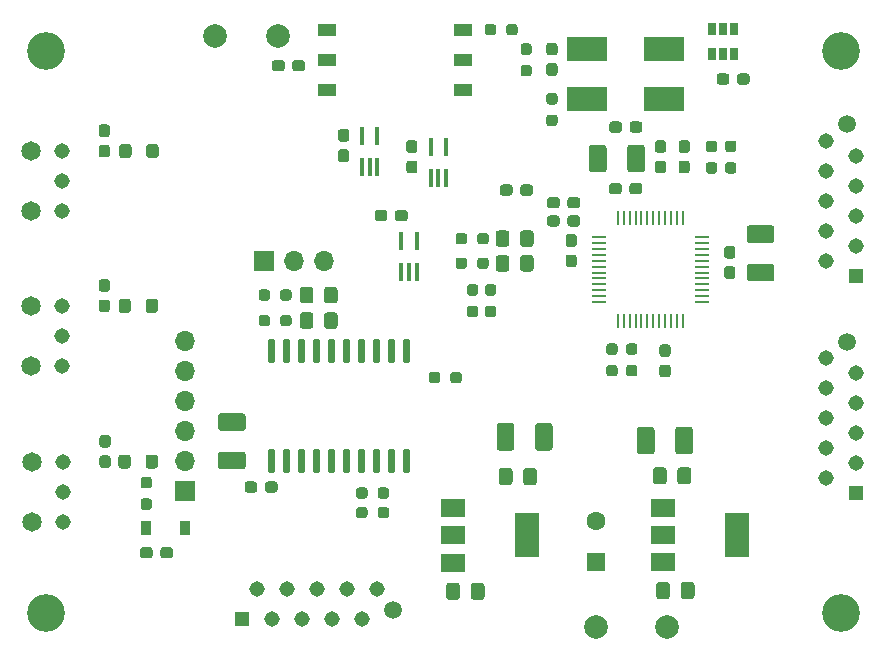
<source format=gbr>
G04 #@! TF.GenerationSoftware,KiCad,Pcbnew,(5.1.10-0-10_14)*
G04 #@! TF.CreationDate,2021-06-26T15:44:58+02:00*
G04 #@! TF.ProjectId,dac,6461632e-6b69-4636-9164-5f7063625858,rev?*
G04 #@! TF.SameCoordinates,Original*
G04 #@! TF.FileFunction,Soldermask,Top*
G04 #@! TF.FilePolarity,Negative*
%FSLAX46Y46*%
G04 Gerber Fmt 4.6, Leading zero omitted, Abs format (unit mm)*
G04 Created by KiCad (PCBNEW (5.1.10-0-10_14)) date 2021-06-26 15:44:58*
%MOMM*%
%LPD*%
G01*
G04 APERTURE LIST*
%ADD10C,1.308000*%
%ADD11C,1.650000*%
%ADD12R,1.600000X1.000000*%
%ADD13R,0.400000X1.500000*%
%ADD14C,2.000000*%
%ADD15R,1.308000X1.308000*%
%ADD16C,1.500000*%
%ADD17O,1.700000X1.700000*%
%ADD18R,1.700000X1.700000*%
%ADD19R,0.900000X1.200000*%
%ADD20R,0.650000X1.060000*%
%ADD21R,2.000000X1.500000*%
%ADD22R,2.000000X3.800000*%
%ADD23R,3.500000X2.000000*%
%ADD24C,1.600000*%
%ADD25R,1.600000X1.600000*%
%ADD26C,3.200000*%
%ADD27R,1.300000X0.250000*%
%ADD28R,0.250000X1.300000*%
G04 APERTURE END LIST*
D10*
X115088500Y-96393000D03*
X115088500Y-98933000D03*
X115088500Y-101473000D03*
D11*
X112458500Y-101473000D03*
X112458500Y-96393000D03*
D10*
X115025000Y-83185000D03*
X115025000Y-85725000D03*
X115025000Y-88265000D03*
D11*
X112395000Y-88265000D03*
X112395000Y-83185000D03*
D10*
X115025000Y-70104000D03*
X115025000Y-72644000D03*
X115025000Y-75184000D03*
D11*
X112395000Y-75184000D03*
X112395000Y-70104000D03*
G36*
G01*
X134537500Y-63102500D02*
X134537500Y-62627500D01*
G75*
G02*
X134775000Y-62390000I237500J0D01*
G01*
X135375000Y-62390000D01*
G75*
G02*
X135612500Y-62627500I0J-237500D01*
G01*
X135612500Y-63102500D01*
G75*
G02*
X135375000Y-63340000I-237500J0D01*
G01*
X134775000Y-63340000D01*
G75*
G02*
X134537500Y-63102500I0J237500D01*
G01*
G37*
G36*
G01*
X132812500Y-63102500D02*
X132812500Y-62627500D01*
G75*
G02*
X133050000Y-62390000I237500J0D01*
G01*
X133650000Y-62390000D01*
G75*
G02*
X133887500Y-62627500I0J-237500D01*
G01*
X133887500Y-63102500D01*
G75*
G02*
X133650000Y-63340000I-237500J0D01*
G01*
X133050000Y-63340000D01*
G75*
G02*
X132812500Y-63102500I0J237500D01*
G01*
G37*
D12*
X137471000Y-64897000D03*
X148971000Y-64897000D03*
X137471000Y-62357000D03*
X148971000Y-62357000D03*
X137471000Y-59817000D03*
X148971000Y-59817000D03*
D13*
X143778001Y-77692001D03*
X145078001Y-77692001D03*
X145078001Y-80352001D03*
X144428001Y-80352001D03*
X143778001Y-80352001D03*
G36*
G01*
X122107500Y-96743001D02*
X122107500Y-96042999D01*
G75*
G02*
X122357499Y-95793000I249999J0D01*
G01*
X122907501Y-95793000D01*
G75*
G02*
X123157500Y-96042999I0J-249999D01*
G01*
X123157500Y-96743001D01*
G75*
G02*
X122907501Y-96993000I-249999J0D01*
G01*
X122357499Y-96993000D01*
G75*
G02*
X122107500Y-96743001I0J249999D01*
G01*
G37*
G36*
G01*
X119807500Y-96743001D02*
X119807500Y-96042999D01*
G75*
G02*
X120057499Y-95793000I249999J0D01*
G01*
X120607501Y-95793000D01*
G75*
G02*
X120857500Y-96042999I0J-249999D01*
G01*
X120857500Y-96743001D01*
G75*
G02*
X120607501Y-96993000I-249999J0D01*
G01*
X120057499Y-96993000D01*
G75*
G02*
X119807500Y-96743001I0J249999D01*
G01*
G37*
G36*
G01*
X142576500Y-75327500D02*
X142576500Y-75802500D01*
G75*
G02*
X142339000Y-76040000I-237500J0D01*
G01*
X141739000Y-76040000D01*
G75*
G02*
X141501500Y-75802500I0J237500D01*
G01*
X141501500Y-75327500D01*
G75*
G02*
X141739000Y-75090000I237500J0D01*
G01*
X142339000Y-75090000D01*
G75*
G02*
X142576500Y-75327500I0J-237500D01*
G01*
G37*
G36*
G01*
X144301500Y-75327500D02*
X144301500Y-75802500D01*
G75*
G02*
X144064000Y-76040000I-237500J0D01*
G01*
X143464000Y-76040000D01*
G75*
G02*
X143226500Y-75802500I0J237500D01*
G01*
X143226500Y-75327500D01*
G75*
G02*
X143464000Y-75090000I237500J0D01*
G01*
X144064000Y-75090000D01*
G75*
G02*
X144301500Y-75327500I0J-237500D01*
G01*
G37*
G36*
G01*
X118444000Y-95855500D02*
X118919000Y-95855500D01*
G75*
G02*
X119156500Y-96093000I0J-237500D01*
G01*
X119156500Y-96693000D01*
G75*
G02*
X118919000Y-96930500I-237500J0D01*
G01*
X118444000Y-96930500D01*
G75*
G02*
X118206500Y-96693000I0J237500D01*
G01*
X118206500Y-96093000D01*
G75*
G02*
X118444000Y-95855500I237500J0D01*
G01*
G37*
G36*
G01*
X118444000Y-94130500D02*
X118919000Y-94130500D01*
G75*
G02*
X119156500Y-94368000I0J-237500D01*
G01*
X119156500Y-94968000D01*
G75*
G02*
X118919000Y-95205500I-237500J0D01*
G01*
X118444000Y-95205500D01*
G75*
G02*
X118206500Y-94968000I0J237500D01*
G01*
X118206500Y-94368000D01*
G75*
G02*
X118444000Y-94130500I237500J0D01*
G01*
G37*
G36*
G01*
X151784500Y-59579500D02*
X151784500Y-60054500D01*
G75*
G02*
X151547000Y-60292000I-237500J0D01*
G01*
X151047000Y-60292000D01*
G75*
G02*
X150809500Y-60054500I0J237500D01*
G01*
X150809500Y-59579500D01*
G75*
G02*
X151047000Y-59342000I237500J0D01*
G01*
X151547000Y-59342000D01*
G75*
G02*
X151784500Y-59579500I0J-237500D01*
G01*
G37*
G36*
G01*
X153609500Y-59579500D02*
X153609500Y-60054500D01*
G75*
G02*
X153372000Y-60292000I-237500J0D01*
G01*
X152872000Y-60292000D01*
G75*
G02*
X152634500Y-60054500I0J237500D01*
G01*
X152634500Y-59579500D01*
G75*
G02*
X152872000Y-59342000I237500J0D01*
G01*
X153372000Y-59342000D01*
G75*
G02*
X153609500Y-59579500I0J-237500D01*
G01*
G37*
D14*
X127952500Y-60325000D03*
X133350000Y-60325000D03*
G36*
G01*
X153831000Y-73643500D02*
X153831000Y-73168500D01*
G75*
G02*
X154068500Y-72931000I237500J0D01*
G01*
X154668500Y-72931000D01*
G75*
G02*
X154906000Y-73168500I0J-237500D01*
G01*
X154906000Y-73643500D01*
G75*
G02*
X154668500Y-73881000I-237500J0D01*
G01*
X154068500Y-73881000D01*
G75*
G02*
X153831000Y-73643500I0J237500D01*
G01*
G37*
G36*
G01*
X152106000Y-73643500D02*
X152106000Y-73168500D01*
G75*
G02*
X152343500Y-72931000I237500J0D01*
G01*
X152943500Y-72931000D01*
G75*
G02*
X153181000Y-73168500I0J-237500D01*
G01*
X153181000Y-73643500D01*
G75*
G02*
X152943500Y-73881000I-237500J0D01*
G01*
X152343500Y-73881000D01*
G75*
G02*
X152106000Y-73643500I0J237500D01*
G01*
G37*
G36*
G01*
X157831500Y-74710300D02*
X157831500Y-74235300D01*
G75*
G02*
X158069000Y-73997800I237500J0D01*
G01*
X158669000Y-73997800D01*
G75*
G02*
X158906500Y-74235300I0J-237500D01*
G01*
X158906500Y-74710300D01*
G75*
G02*
X158669000Y-74947800I-237500J0D01*
G01*
X158069000Y-74947800D01*
G75*
G02*
X157831500Y-74710300I0J237500D01*
G01*
G37*
G36*
G01*
X156106500Y-74710300D02*
X156106500Y-74235300D01*
G75*
G02*
X156344000Y-73997800I237500J0D01*
G01*
X156944000Y-73997800D01*
G75*
G02*
X157181500Y-74235300I0J-237500D01*
G01*
X157181500Y-74710300D01*
G75*
G02*
X156944000Y-74947800I-237500J0D01*
G01*
X156344000Y-74947800D01*
G75*
G02*
X156106500Y-74710300I0J237500D01*
G01*
G37*
G36*
G01*
X157829300Y-76259700D02*
X157829300Y-75784700D01*
G75*
G02*
X158066800Y-75547200I237500J0D01*
G01*
X158666800Y-75547200D01*
G75*
G02*
X158904300Y-75784700I0J-237500D01*
G01*
X158904300Y-76259700D01*
G75*
G02*
X158666800Y-76497200I-237500J0D01*
G01*
X158066800Y-76497200D01*
G75*
G02*
X157829300Y-76259700I0J237500D01*
G01*
G37*
G36*
G01*
X156104300Y-76259700D02*
X156104300Y-75784700D01*
G75*
G02*
X156341800Y-75547200I237500J0D01*
G01*
X156941800Y-75547200D01*
G75*
G02*
X157179300Y-75784700I0J-237500D01*
G01*
X157179300Y-76259700D01*
G75*
G02*
X156941800Y-76497200I-237500J0D01*
G01*
X156341800Y-76497200D01*
G75*
G02*
X156104300Y-76259700I0J237500D01*
G01*
G37*
D15*
X130238500Y-109728000D03*
D10*
X131508500Y-107188000D03*
X132778500Y-109728000D03*
X134048500Y-107188000D03*
X135318500Y-109728000D03*
X136588500Y-107188000D03*
X137858500Y-109728000D03*
X139128500Y-107188000D03*
X140398500Y-109728000D03*
X141668500Y-107188000D03*
D16*
X143068500Y-108988000D03*
D15*
X182245000Y-99060000D03*
D10*
X179705000Y-97790000D03*
X182245000Y-96520000D03*
X179705000Y-95250000D03*
X182245000Y-93980000D03*
X179705000Y-92710000D03*
X182245000Y-91440000D03*
X179705000Y-90170000D03*
X182245000Y-88900000D03*
X179705000Y-87630000D03*
D16*
X181505000Y-86230000D03*
D15*
X182245000Y-80645000D03*
D10*
X179705000Y-79375000D03*
X182245000Y-78105000D03*
X179705000Y-76835000D03*
X182245000Y-75565000D03*
X179705000Y-74295000D03*
X182245000Y-73025000D03*
X179705000Y-71755000D03*
X182245000Y-70485000D03*
X179705000Y-69215000D03*
D16*
X181505000Y-67815000D03*
G36*
G01*
X147062000Y-89043500D02*
X147062000Y-89518500D01*
G75*
G02*
X146824500Y-89756000I-237500J0D01*
G01*
X146324500Y-89756000D01*
G75*
G02*
X146087000Y-89518500I0J237500D01*
G01*
X146087000Y-89043500D01*
G75*
G02*
X146324500Y-88806000I237500J0D01*
G01*
X146824500Y-88806000D01*
G75*
G02*
X147062000Y-89043500I0J-237500D01*
G01*
G37*
G36*
G01*
X148887000Y-89043500D02*
X148887000Y-89518500D01*
G75*
G02*
X148649500Y-89756000I-237500J0D01*
G01*
X148149500Y-89756000D01*
G75*
G02*
X147912000Y-89518500I0J237500D01*
G01*
X147912000Y-89043500D01*
G75*
G02*
X148149500Y-88806000I237500J0D01*
G01*
X148649500Y-88806000D01*
G75*
G02*
X148887000Y-89043500I0J-237500D01*
G01*
G37*
G36*
G01*
X121936500Y-99508500D02*
X122411500Y-99508500D01*
G75*
G02*
X122649000Y-99746000I0J-237500D01*
G01*
X122649000Y-100246000D01*
G75*
G02*
X122411500Y-100483500I-237500J0D01*
G01*
X121936500Y-100483500D01*
G75*
G02*
X121699000Y-100246000I0J237500D01*
G01*
X121699000Y-99746000D01*
G75*
G02*
X121936500Y-99508500I237500J0D01*
G01*
G37*
G36*
G01*
X121936500Y-97683500D02*
X122411500Y-97683500D01*
G75*
G02*
X122649000Y-97921000I0J-237500D01*
G01*
X122649000Y-98421000D01*
G75*
G02*
X122411500Y-98658500I-237500J0D01*
G01*
X121936500Y-98658500D01*
G75*
G02*
X121699000Y-98421000I0J237500D01*
G01*
X121699000Y-97921000D01*
G75*
G02*
X121936500Y-97683500I237500J0D01*
G01*
G37*
D17*
X137223500Y-79438500D03*
X134683500Y-79438500D03*
D18*
X132143500Y-79438500D03*
D19*
X122176000Y-102044500D03*
X125476000Y-102044500D03*
G36*
G01*
X123361500Y-104352100D02*
X123361500Y-103877100D01*
G75*
G02*
X123599000Y-103639600I237500J0D01*
G01*
X124199000Y-103639600D01*
G75*
G02*
X124436500Y-103877100I0J-237500D01*
G01*
X124436500Y-104352100D01*
G75*
G02*
X124199000Y-104589600I-237500J0D01*
G01*
X123599000Y-104589600D01*
G75*
G02*
X123361500Y-104352100I0J237500D01*
G01*
G37*
G36*
G01*
X121636500Y-104352100D02*
X121636500Y-103877100D01*
G75*
G02*
X121874000Y-103639600I237500J0D01*
G01*
X122474000Y-103639600D01*
G75*
G02*
X122711500Y-103877100I0J-237500D01*
G01*
X122711500Y-104352100D01*
G75*
G02*
X122474000Y-104589600I-237500J0D01*
G01*
X121874000Y-104589600D01*
G75*
G02*
X121636500Y-104352100I0J237500D01*
G01*
G37*
G36*
G01*
X122120200Y-83560401D02*
X122120200Y-82860399D01*
G75*
G02*
X122370199Y-82610400I249999J0D01*
G01*
X122920201Y-82610400D01*
G75*
G02*
X123170200Y-82860399I0J-249999D01*
G01*
X123170200Y-83560401D01*
G75*
G02*
X122920201Y-83810400I-249999J0D01*
G01*
X122370199Y-83810400D01*
G75*
G02*
X122120200Y-83560401I0J249999D01*
G01*
G37*
G36*
G01*
X119820200Y-83560401D02*
X119820200Y-82860399D01*
G75*
G02*
X120070199Y-82610400I249999J0D01*
G01*
X120620201Y-82610400D01*
G75*
G02*
X120870200Y-82860399I0J-249999D01*
G01*
X120870200Y-83560401D01*
G75*
G02*
X120620201Y-83810400I-249999J0D01*
G01*
X120070199Y-83810400D01*
G75*
G02*
X119820200Y-83560401I0J249999D01*
G01*
G37*
G36*
G01*
X122171000Y-70454001D02*
X122171000Y-69753999D01*
G75*
G02*
X122420999Y-69504000I249999J0D01*
G01*
X122971001Y-69504000D01*
G75*
G02*
X123221000Y-69753999I0J-249999D01*
G01*
X123221000Y-70454001D01*
G75*
G02*
X122971001Y-70704000I-249999J0D01*
G01*
X122420999Y-70704000D01*
G75*
G02*
X122171000Y-70454001I0J249999D01*
G01*
G37*
G36*
G01*
X119871000Y-70454001D02*
X119871000Y-69753999D01*
G75*
G02*
X120120999Y-69504000I249999J0D01*
G01*
X120671001Y-69504000D01*
G75*
G02*
X120921000Y-69753999I0J-249999D01*
G01*
X120921000Y-70454001D01*
G75*
G02*
X120671001Y-70704000I-249999J0D01*
G01*
X120120999Y-70704000D01*
G75*
G02*
X119871000Y-70454001I0J249999D01*
G01*
G37*
G36*
G01*
X141752500Y-100948500D02*
X141752500Y-100473500D01*
G75*
G02*
X141990000Y-100236000I237500J0D01*
G01*
X142490000Y-100236000D01*
G75*
G02*
X142727500Y-100473500I0J-237500D01*
G01*
X142727500Y-100948500D01*
G75*
G02*
X142490000Y-101186000I-237500J0D01*
G01*
X141990000Y-101186000D01*
G75*
G02*
X141752500Y-100948500I0J237500D01*
G01*
G37*
G36*
G01*
X139927500Y-100948500D02*
X139927500Y-100473500D01*
G75*
G02*
X140165000Y-100236000I237500J0D01*
G01*
X140665000Y-100236000D01*
G75*
G02*
X140902500Y-100473500I0J-237500D01*
G01*
X140902500Y-100948500D01*
G75*
G02*
X140665000Y-101186000I-237500J0D01*
G01*
X140165000Y-101186000D01*
G75*
G02*
X139927500Y-100948500I0J237500D01*
G01*
G37*
G36*
G01*
X141752500Y-99297500D02*
X141752500Y-98822500D01*
G75*
G02*
X141990000Y-98585000I237500J0D01*
G01*
X142490000Y-98585000D01*
G75*
G02*
X142727500Y-98822500I0J-237500D01*
G01*
X142727500Y-99297500D01*
G75*
G02*
X142490000Y-99535000I-237500J0D01*
G01*
X141990000Y-99535000D01*
G75*
G02*
X141752500Y-99297500I0J237500D01*
G01*
G37*
G36*
G01*
X139927500Y-99297500D02*
X139927500Y-98822500D01*
G75*
G02*
X140165000Y-98585000I237500J0D01*
G01*
X140665000Y-98585000D01*
G75*
G02*
X140902500Y-98822500I0J-237500D01*
G01*
X140902500Y-99297500D01*
G75*
G02*
X140665000Y-99535000I-237500J0D01*
G01*
X140165000Y-99535000D01*
G75*
G02*
X139927500Y-99297500I0J237500D01*
G01*
G37*
G36*
G01*
X133497500Y-84692500D02*
X133497500Y-84217500D01*
G75*
G02*
X133735000Y-83980000I237500J0D01*
G01*
X134235000Y-83980000D01*
G75*
G02*
X134472500Y-84217500I0J-237500D01*
G01*
X134472500Y-84692500D01*
G75*
G02*
X134235000Y-84930000I-237500J0D01*
G01*
X133735000Y-84930000D01*
G75*
G02*
X133497500Y-84692500I0J237500D01*
G01*
G37*
G36*
G01*
X131672500Y-84692500D02*
X131672500Y-84217500D01*
G75*
G02*
X131910000Y-83980000I237500J0D01*
G01*
X132410000Y-83980000D01*
G75*
G02*
X132647500Y-84217500I0J-237500D01*
G01*
X132647500Y-84692500D01*
G75*
G02*
X132410000Y-84930000I-237500J0D01*
G01*
X131910000Y-84930000D01*
G75*
G02*
X131672500Y-84692500I0J237500D01*
G01*
G37*
G36*
G01*
X133497500Y-82533500D02*
X133497500Y-82058500D01*
G75*
G02*
X133735000Y-81821000I237500J0D01*
G01*
X134235000Y-81821000D01*
G75*
G02*
X134472500Y-82058500I0J-237500D01*
G01*
X134472500Y-82533500D01*
G75*
G02*
X134235000Y-82771000I-237500J0D01*
G01*
X133735000Y-82771000D01*
G75*
G02*
X133497500Y-82533500I0J237500D01*
G01*
G37*
G36*
G01*
X131672500Y-82533500D02*
X131672500Y-82058500D01*
G75*
G02*
X131910000Y-81821000I237500J0D01*
G01*
X132410000Y-81821000D01*
G75*
G02*
X132647500Y-82058500I0J-237500D01*
G01*
X132647500Y-82533500D01*
G75*
G02*
X132410000Y-82771000I-237500J0D01*
G01*
X131910000Y-82771000D01*
G75*
G02*
X131672500Y-82533500I0J237500D01*
G01*
G37*
G36*
G01*
X136320000Y-84004999D02*
X136320000Y-84905001D01*
G75*
G02*
X136070001Y-85155000I-249999J0D01*
G01*
X135419999Y-85155000D01*
G75*
G02*
X135170000Y-84905001I0J249999D01*
G01*
X135170000Y-84004999D01*
G75*
G02*
X135419999Y-83755000I249999J0D01*
G01*
X136070001Y-83755000D01*
G75*
G02*
X136320000Y-84004999I0J-249999D01*
G01*
G37*
G36*
G01*
X138370000Y-84004999D02*
X138370000Y-84905001D01*
G75*
G02*
X138120001Y-85155000I-249999J0D01*
G01*
X137469999Y-85155000D01*
G75*
G02*
X137220000Y-84905001I0J249999D01*
G01*
X137220000Y-84004999D01*
G75*
G02*
X137469999Y-83755000I249999J0D01*
G01*
X138120001Y-83755000D01*
G75*
G02*
X138370000Y-84004999I0J-249999D01*
G01*
G37*
G36*
G01*
X136320000Y-81845999D02*
X136320000Y-82746001D01*
G75*
G02*
X136070001Y-82996000I-249999J0D01*
G01*
X135419999Y-82996000D01*
G75*
G02*
X135170000Y-82746001I0J249999D01*
G01*
X135170000Y-81845999D01*
G75*
G02*
X135419999Y-81596000I249999J0D01*
G01*
X136070001Y-81596000D01*
G75*
G02*
X136320000Y-81845999I0J-249999D01*
G01*
G37*
G36*
G01*
X138370000Y-81845999D02*
X138370000Y-82746001D01*
G75*
G02*
X138120001Y-82996000I-249999J0D01*
G01*
X137469999Y-82996000D01*
G75*
G02*
X137220000Y-82746001I0J249999D01*
G01*
X137220000Y-81845999D01*
G75*
G02*
X137469999Y-81596000I249999J0D01*
G01*
X138120001Y-81596000D01*
G75*
G02*
X138370000Y-81845999I0J-249999D01*
G01*
G37*
G36*
G01*
X163089300Y-68309500D02*
X163089300Y-67834500D01*
G75*
G02*
X163326800Y-67597000I237500J0D01*
G01*
X163926800Y-67597000D01*
G75*
G02*
X164164300Y-67834500I0J-237500D01*
G01*
X164164300Y-68309500D01*
G75*
G02*
X163926800Y-68547000I-237500J0D01*
G01*
X163326800Y-68547000D01*
G75*
G02*
X163089300Y-68309500I0J237500D01*
G01*
G37*
G36*
G01*
X161364300Y-68309500D02*
X161364300Y-67834500D01*
G75*
G02*
X161601800Y-67597000I237500J0D01*
G01*
X162201800Y-67597000D01*
G75*
G02*
X162439300Y-67834500I0J-237500D01*
G01*
X162439300Y-68309500D01*
G75*
G02*
X162201800Y-68547000I-237500J0D01*
G01*
X161601800Y-68547000D01*
G75*
G02*
X161364300Y-68309500I0J237500D01*
G01*
G37*
D13*
X146240500Y-69730000D03*
X147540500Y-69730000D03*
X147540500Y-72390000D03*
X146890500Y-72390000D03*
X146240500Y-72390000D03*
X140447000Y-68790200D03*
X141747000Y-68790200D03*
X141747000Y-71450200D03*
X141097000Y-71450200D03*
X140447000Y-71450200D03*
G36*
G01*
X144415500Y-70910500D02*
X144890500Y-70910500D01*
G75*
G02*
X145128000Y-71148000I0J-237500D01*
G01*
X145128000Y-71748000D01*
G75*
G02*
X144890500Y-71985500I-237500J0D01*
G01*
X144415500Y-71985500D01*
G75*
G02*
X144178000Y-71748000I0J237500D01*
G01*
X144178000Y-71148000D01*
G75*
G02*
X144415500Y-70910500I237500J0D01*
G01*
G37*
G36*
G01*
X144415500Y-69185500D02*
X144890500Y-69185500D01*
G75*
G02*
X145128000Y-69423000I0J-237500D01*
G01*
X145128000Y-70023000D01*
G75*
G02*
X144890500Y-70260500I-237500J0D01*
G01*
X144415500Y-70260500D01*
G75*
G02*
X144178000Y-70023000I0J237500D01*
G01*
X144178000Y-69423000D01*
G75*
G02*
X144415500Y-69185500I237500J0D01*
G01*
G37*
G36*
G01*
X138637000Y-69958000D02*
X139112000Y-69958000D01*
G75*
G02*
X139349500Y-70195500I0J-237500D01*
G01*
X139349500Y-70795500D01*
G75*
G02*
X139112000Y-71033000I-237500J0D01*
G01*
X138637000Y-71033000D01*
G75*
G02*
X138399500Y-70795500I0J237500D01*
G01*
X138399500Y-70195500D01*
G75*
G02*
X138637000Y-69958000I237500J0D01*
G01*
G37*
G36*
G01*
X138637000Y-68233000D02*
X139112000Y-68233000D01*
G75*
G02*
X139349500Y-68470500I0J-237500D01*
G01*
X139349500Y-69070500D01*
G75*
G02*
X139112000Y-69308000I-237500J0D01*
G01*
X138637000Y-69308000D01*
G75*
G02*
X138399500Y-69070500I0J237500D01*
G01*
X138399500Y-68470500D01*
G75*
G02*
X138637000Y-68233000I237500J0D01*
G01*
G37*
D20*
X170977600Y-61925200D03*
X171927600Y-61925200D03*
X170027600Y-61925200D03*
X170027600Y-59725200D03*
X170977600Y-59725200D03*
X171927600Y-59725200D03*
G36*
G01*
X171530300Y-63770500D02*
X171530300Y-64245500D01*
G75*
G02*
X171292800Y-64483000I-237500J0D01*
G01*
X170692800Y-64483000D01*
G75*
G02*
X170455300Y-64245500I0J237500D01*
G01*
X170455300Y-63770500D01*
G75*
G02*
X170692800Y-63533000I237500J0D01*
G01*
X171292800Y-63533000D01*
G75*
G02*
X171530300Y-63770500I0J-237500D01*
G01*
G37*
G36*
G01*
X173255300Y-63770500D02*
X173255300Y-64245500D01*
G75*
G02*
X173017800Y-64483000I-237500J0D01*
G01*
X172417800Y-64483000D01*
G75*
G02*
X172180300Y-64245500I0J237500D01*
G01*
X172180300Y-63770500D01*
G75*
G02*
X172417800Y-63533000I237500J0D01*
G01*
X173017800Y-63533000D01*
G75*
G02*
X173255300Y-63770500I0J-237500D01*
G01*
G37*
G36*
G01*
X156752300Y-66171900D02*
X156277300Y-66171900D01*
G75*
G02*
X156039800Y-65934400I0J237500D01*
G01*
X156039800Y-65434400D01*
G75*
G02*
X156277300Y-65196900I237500J0D01*
G01*
X156752300Y-65196900D01*
G75*
G02*
X156989800Y-65434400I0J-237500D01*
G01*
X156989800Y-65934400D01*
G75*
G02*
X156752300Y-66171900I-237500J0D01*
G01*
G37*
G36*
G01*
X156752300Y-67996900D02*
X156277300Y-67996900D01*
G75*
G02*
X156039800Y-67759400I0J237500D01*
G01*
X156039800Y-67259400D01*
G75*
G02*
X156277300Y-67021900I237500J0D01*
G01*
X156752300Y-67021900D01*
G75*
G02*
X156989800Y-67259400I0J-237500D01*
G01*
X156989800Y-67759400D01*
G75*
G02*
X156752300Y-67996900I-237500J0D01*
G01*
G37*
G36*
G01*
X154567900Y-61955500D02*
X154092900Y-61955500D01*
G75*
G02*
X153855400Y-61718000I0J237500D01*
G01*
X153855400Y-61218000D01*
G75*
G02*
X154092900Y-60980500I237500J0D01*
G01*
X154567900Y-60980500D01*
G75*
G02*
X154805400Y-61218000I0J-237500D01*
G01*
X154805400Y-61718000D01*
G75*
G02*
X154567900Y-61955500I-237500J0D01*
G01*
G37*
G36*
G01*
X154567900Y-63780500D02*
X154092900Y-63780500D01*
G75*
G02*
X153855400Y-63543000I0J237500D01*
G01*
X153855400Y-63043000D01*
G75*
G02*
X154092900Y-62805500I237500J0D01*
G01*
X154567900Y-62805500D01*
G75*
G02*
X154805400Y-63043000I0J-237500D01*
G01*
X154805400Y-63543000D01*
G75*
G02*
X154567900Y-63780500I-237500J0D01*
G01*
G37*
G36*
G01*
X170265100Y-70188900D02*
X169790100Y-70188900D01*
G75*
G02*
X169552600Y-69951400I0J237500D01*
G01*
X169552600Y-69451400D01*
G75*
G02*
X169790100Y-69213900I237500J0D01*
G01*
X170265100Y-69213900D01*
G75*
G02*
X170502600Y-69451400I0J-237500D01*
G01*
X170502600Y-69951400D01*
G75*
G02*
X170265100Y-70188900I-237500J0D01*
G01*
G37*
G36*
G01*
X170265100Y-72013900D02*
X169790100Y-72013900D01*
G75*
G02*
X169552600Y-71776400I0J237500D01*
G01*
X169552600Y-71276400D01*
G75*
G02*
X169790100Y-71038900I237500J0D01*
G01*
X170265100Y-71038900D01*
G75*
G02*
X170502600Y-71276400I0J-237500D01*
G01*
X170502600Y-71776400D01*
G75*
G02*
X170265100Y-72013900I-237500J0D01*
G01*
G37*
G36*
G01*
X171890700Y-70188900D02*
X171415700Y-70188900D01*
G75*
G02*
X171178200Y-69951400I0J237500D01*
G01*
X171178200Y-69451400D01*
G75*
G02*
X171415700Y-69213900I237500J0D01*
G01*
X171890700Y-69213900D01*
G75*
G02*
X172128200Y-69451400I0J-237500D01*
G01*
X172128200Y-69951400D01*
G75*
G02*
X171890700Y-70188900I-237500J0D01*
G01*
G37*
G36*
G01*
X171890700Y-72013900D02*
X171415700Y-72013900D01*
G75*
G02*
X171178200Y-71776400I0J237500D01*
G01*
X171178200Y-71276400D01*
G75*
G02*
X171415700Y-71038900I237500J0D01*
G01*
X171890700Y-71038900D01*
G75*
G02*
X172128200Y-71276400I0J-237500D01*
G01*
X172128200Y-71776400D01*
G75*
G02*
X171890700Y-72013900I-237500J0D01*
G01*
G37*
G36*
G01*
X161357300Y-88205500D02*
X161832300Y-88205500D01*
G75*
G02*
X162069800Y-88443000I0J-237500D01*
G01*
X162069800Y-88943000D01*
G75*
G02*
X161832300Y-89180500I-237500J0D01*
G01*
X161357300Y-89180500D01*
G75*
G02*
X161119800Y-88943000I0J237500D01*
G01*
X161119800Y-88443000D01*
G75*
G02*
X161357300Y-88205500I237500J0D01*
G01*
G37*
G36*
G01*
X161357300Y-86380500D02*
X161832300Y-86380500D01*
G75*
G02*
X162069800Y-86618000I0J-237500D01*
G01*
X162069800Y-87118000D01*
G75*
G02*
X161832300Y-87355500I-237500J0D01*
G01*
X161357300Y-87355500D01*
G75*
G02*
X161119800Y-87118000I0J237500D01*
G01*
X161119800Y-86618000D01*
G75*
G02*
X161357300Y-86380500I237500J0D01*
G01*
G37*
G36*
G01*
X163033700Y-88205500D02*
X163508700Y-88205500D01*
G75*
G02*
X163746200Y-88443000I0J-237500D01*
G01*
X163746200Y-88943000D01*
G75*
G02*
X163508700Y-89180500I-237500J0D01*
G01*
X163033700Y-89180500D01*
G75*
G02*
X162796200Y-88943000I0J237500D01*
G01*
X162796200Y-88443000D01*
G75*
G02*
X163033700Y-88205500I237500J0D01*
G01*
G37*
G36*
G01*
X163033700Y-86380500D02*
X163508700Y-86380500D01*
G75*
G02*
X163746200Y-86618000I0J-237500D01*
G01*
X163746200Y-87118000D01*
G75*
G02*
X163508700Y-87355500I-237500J0D01*
G01*
X163033700Y-87355500D01*
G75*
G02*
X162796200Y-87118000I0J237500D01*
G01*
X162796200Y-86618000D01*
G75*
G02*
X163033700Y-86380500I237500J0D01*
G01*
G37*
G36*
G01*
X150185300Y-77758300D02*
X150185300Y-77283300D01*
G75*
G02*
X150422800Y-77045800I237500J0D01*
G01*
X150922800Y-77045800D01*
G75*
G02*
X151160300Y-77283300I0J-237500D01*
G01*
X151160300Y-77758300D01*
G75*
G02*
X150922800Y-77995800I-237500J0D01*
G01*
X150422800Y-77995800D01*
G75*
G02*
X150185300Y-77758300I0J237500D01*
G01*
G37*
G36*
G01*
X148360300Y-77758300D02*
X148360300Y-77283300D01*
G75*
G02*
X148597800Y-77045800I237500J0D01*
G01*
X149097800Y-77045800D01*
G75*
G02*
X149335300Y-77283300I0J-237500D01*
G01*
X149335300Y-77758300D01*
G75*
G02*
X149097800Y-77995800I-237500J0D01*
G01*
X148597800Y-77995800D01*
G75*
G02*
X148360300Y-77758300I0J237500D01*
G01*
G37*
G36*
G01*
X150181500Y-79841100D02*
X150181500Y-79366100D01*
G75*
G02*
X150419000Y-79128600I237500J0D01*
G01*
X150919000Y-79128600D01*
G75*
G02*
X151156500Y-79366100I0J-237500D01*
G01*
X151156500Y-79841100D01*
G75*
G02*
X150919000Y-80078600I-237500J0D01*
G01*
X150419000Y-80078600D01*
G75*
G02*
X150181500Y-79841100I0J237500D01*
G01*
G37*
G36*
G01*
X148356500Y-79841100D02*
X148356500Y-79366100D01*
G75*
G02*
X148594000Y-79128600I237500J0D01*
G01*
X149094000Y-79128600D01*
G75*
G02*
X149331500Y-79366100I0J-237500D01*
G01*
X149331500Y-79841100D01*
G75*
G02*
X149094000Y-80078600I-237500J0D01*
G01*
X148594000Y-80078600D01*
G75*
G02*
X148356500Y-79841100I0J237500D01*
G01*
G37*
D14*
X166243000Y-110363000D03*
X160210500Y-110363000D03*
G36*
G01*
X149559000Y-83189000D02*
X150034000Y-83189000D01*
G75*
G02*
X150271500Y-83426500I0J-237500D01*
G01*
X150271500Y-83926500D01*
G75*
G02*
X150034000Y-84164000I-237500J0D01*
G01*
X149559000Y-84164000D01*
G75*
G02*
X149321500Y-83926500I0J237500D01*
G01*
X149321500Y-83426500D01*
G75*
G02*
X149559000Y-83189000I237500J0D01*
G01*
G37*
G36*
G01*
X149559000Y-81364000D02*
X150034000Y-81364000D01*
G75*
G02*
X150271500Y-81601500I0J-237500D01*
G01*
X150271500Y-82101500D01*
G75*
G02*
X150034000Y-82339000I-237500J0D01*
G01*
X149559000Y-82339000D01*
G75*
G02*
X149321500Y-82101500I0J237500D01*
G01*
X149321500Y-81601500D01*
G75*
G02*
X149559000Y-81364000I237500J0D01*
G01*
G37*
G36*
G01*
X151083000Y-83189000D02*
X151558000Y-83189000D01*
G75*
G02*
X151795500Y-83426500I0J-237500D01*
G01*
X151795500Y-83926500D01*
G75*
G02*
X151558000Y-84164000I-237500J0D01*
G01*
X151083000Y-84164000D01*
G75*
G02*
X150845500Y-83926500I0J237500D01*
G01*
X150845500Y-83426500D01*
G75*
G02*
X151083000Y-83189000I237500J0D01*
G01*
G37*
G36*
G01*
X151083000Y-81364000D02*
X151558000Y-81364000D01*
G75*
G02*
X151795500Y-81601500I0J-237500D01*
G01*
X151795500Y-82101500D01*
G75*
G02*
X151558000Y-82339000I-237500J0D01*
G01*
X151083000Y-82339000D01*
G75*
G02*
X150845500Y-82101500I0J237500D01*
G01*
X150845500Y-81601500D01*
G75*
G02*
X151083000Y-81364000I237500J0D01*
G01*
G37*
G36*
G01*
X166328100Y-87532500D02*
X165853100Y-87532500D01*
G75*
G02*
X165615600Y-87295000I0J237500D01*
G01*
X165615600Y-86695000D01*
G75*
G02*
X165853100Y-86457500I237500J0D01*
G01*
X166328100Y-86457500D01*
G75*
G02*
X166565600Y-86695000I0J-237500D01*
G01*
X166565600Y-87295000D01*
G75*
G02*
X166328100Y-87532500I-237500J0D01*
G01*
G37*
G36*
G01*
X166328100Y-89257500D02*
X165853100Y-89257500D01*
G75*
G02*
X165615600Y-89020000I0J237500D01*
G01*
X165615600Y-88420000D01*
G75*
G02*
X165853100Y-88182500I237500J0D01*
G01*
X166328100Y-88182500D01*
G75*
G02*
X166565600Y-88420000I0J-237500D01*
G01*
X166565600Y-89020000D01*
G75*
G02*
X166328100Y-89257500I-237500J0D01*
G01*
G37*
G36*
G01*
X157902900Y-78860700D02*
X158377900Y-78860700D01*
G75*
G02*
X158615400Y-79098200I0J-237500D01*
G01*
X158615400Y-79698200D01*
G75*
G02*
X158377900Y-79935700I-237500J0D01*
G01*
X157902900Y-79935700D01*
G75*
G02*
X157665400Y-79698200I0J237500D01*
G01*
X157665400Y-79098200D01*
G75*
G02*
X157902900Y-78860700I237500J0D01*
G01*
G37*
G36*
G01*
X157902900Y-77135700D02*
X158377900Y-77135700D01*
G75*
G02*
X158615400Y-77373200I0J-237500D01*
G01*
X158615400Y-77973200D01*
G75*
G02*
X158377900Y-78210700I-237500J0D01*
G01*
X157902900Y-78210700D01*
G75*
G02*
X157665400Y-77973200I0J237500D01*
G01*
X157665400Y-77373200D01*
G75*
G02*
X157902900Y-77135700I237500J0D01*
G01*
G37*
G36*
G01*
X163075500Y-73516500D02*
X163075500Y-73041500D01*
G75*
G02*
X163313000Y-72804000I237500J0D01*
G01*
X163913000Y-72804000D01*
G75*
G02*
X164150500Y-73041500I0J-237500D01*
G01*
X164150500Y-73516500D01*
G75*
G02*
X163913000Y-73754000I-237500J0D01*
G01*
X163313000Y-73754000D01*
G75*
G02*
X163075500Y-73516500I0J237500D01*
G01*
G37*
G36*
G01*
X161350500Y-73516500D02*
X161350500Y-73041500D01*
G75*
G02*
X161588000Y-72804000I237500J0D01*
G01*
X162188000Y-72804000D01*
G75*
G02*
X162425500Y-73041500I0J-237500D01*
G01*
X162425500Y-73516500D01*
G75*
G02*
X162188000Y-73754000I-237500J0D01*
G01*
X161588000Y-73754000D01*
G75*
G02*
X161350500Y-73516500I0J237500D01*
G01*
G37*
G36*
G01*
X171339500Y-79853500D02*
X171814500Y-79853500D01*
G75*
G02*
X172052000Y-80091000I0J-237500D01*
G01*
X172052000Y-80691000D01*
G75*
G02*
X171814500Y-80928500I-237500J0D01*
G01*
X171339500Y-80928500D01*
G75*
G02*
X171102000Y-80691000I0J237500D01*
G01*
X171102000Y-80091000D01*
G75*
G02*
X171339500Y-79853500I237500J0D01*
G01*
G37*
G36*
G01*
X171339500Y-78128500D02*
X171814500Y-78128500D01*
G75*
G02*
X172052000Y-78366000I0J-237500D01*
G01*
X172052000Y-78966000D01*
G75*
G02*
X171814500Y-79203500I-237500J0D01*
G01*
X171339500Y-79203500D01*
G75*
G02*
X171102000Y-78966000I0J237500D01*
G01*
X171102000Y-78366000D01*
G75*
G02*
X171339500Y-78128500I237500J0D01*
G01*
G37*
G36*
G01*
X156277300Y-62657700D02*
X156752300Y-62657700D01*
G75*
G02*
X156989800Y-62895200I0J-237500D01*
G01*
X156989800Y-63495200D01*
G75*
G02*
X156752300Y-63732700I-237500J0D01*
G01*
X156277300Y-63732700D01*
G75*
G02*
X156039800Y-63495200I0J237500D01*
G01*
X156039800Y-62895200D01*
G75*
G02*
X156277300Y-62657700I237500J0D01*
G01*
G37*
G36*
G01*
X156277300Y-60932700D02*
X156752300Y-60932700D01*
G75*
G02*
X156989800Y-61170200I0J-237500D01*
G01*
X156989800Y-61770200D01*
G75*
G02*
X156752300Y-62007700I-237500J0D01*
G01*
X156277300Y-62007700D01*
G75*
G02*
X156039800Y-61770200I0J237500D01*
G01*
X156039800Y-61170200D01*
G75*
G02*
X156277300Y-60932700I237500J0D01*
G01*
G37*
G36*
G01*
X132214500Y-98789500D02*
X132214500Y-98314500D01*
G75*
G02*
X132452000Y-98077000I237500J0D01*
G01*
X133052000Y-98077000D01*
G75*
G02*
X133289500Y-98314500I0J-237500D01*
G01*
X133289500Y-98789500D01*
G75*
G02*
X133052000Y-99027000I-237500J0D01*
G01*
X132452000Y-99027000D01*
G75*
G02*
X132214500Y-98789500I0J237500D01*
G01*
G37*
G36*
G01*
X130489500Y-98789500D02*
X130489500Y-98314500D01*
G75*
G02*
X130727000Y-98077000I237500J0D01*
G01*
X131327000Y-98077000D01*
G75*
G02*
X131564500Y-98314500I0J-237500D01*
G01*
X131564500Y-98789500D01*
G75*
G02*
X131327000Y-99027000I-237500J0D01*
G01*
X130727000Y-99027000D01*
G75*
G02*
X130489500Y-98789500I0J237500D01*
G01*
G37*
G36*
G01*
X118380500Y-82672900D02*
X118855500Y-82672900D01*
G75*
G02*
X119093000Y-82910400I0J-237500D01*
G01*
X119093000Y-83510400D01*
G75*
G02*
X118855500Y-83747900I-237500J0D01*
G01*
X118380500Y-83747900D01*
G75*
G02*
X118143000Y-83510400I0J237500D01*
G01*
X118143000Y-82910400D01*
G75*
G02*
X118380500Y-82672900I237500J0D01*
G01*
G37*
G36*
G01*
X118380500Y-80947900D02*
X118855500Y-80947900D01*
G75*
G02*
X119093000Y-81185400I0J-237500D01*
G01*
X119093000Y-81785400D01*
G75*
G02*
X118855500Y-82022900I-237500J0D01*
G01*
X118380500Y-82022900D01*
G75*
G02*
X118143000Y-81785400I0J237500D01*
G01*
X118143000Y-81185400D01*
G75*
G02*
X118380500Y-80947900I237500J0D01*
G01*
G37*
G36*
G01*
X118380500Y-69566500D02*
X118855500Y-69566500D01*
G75*
G02*
X119093000Y-69804000I0J-237500D01*
G01*
X119093000Y-70404000D01*
G75*
G02*
X118855500Y-70641500I-237500J0D01*
G01*
X118380500Y-70641500D01*
G75*
G02*
X118143000Y-70404000I0J237500D01*
G01*
X118143000Y-69804000D01*
G75*
G02*
X118380500Y-69566500I237500J0D01*
G01*
G37*
G36*
G01*
X118380500Y-67841500D02*
X118855500Y-67841500D01*
G75*
G02*
X119093000Y-68079000I0J-237500D01*
G01*
X119093000Y-68679000D01*
G75*
G02*
X118855500Y-68916500I-237500J0D01*
G01*
X118380500Y-68916500D01*
G75*
G02*
X118143000Y-68679000I0J237500D01*
G01*
X118143000Y-68079000D01*
G75*
G02*
X118380500Y-67841500I237500J0D01*
G01*
G37*
G36*
G01*
X167953700Y-70262700D02*
X167478700Y-70262700D01*
G75*
G02*
X167241200Y-70025200I0J237500D01*
G01*
X167241200Y-69425200D01*
G75*
G02*
X167478700Y-69187700I237500J0D01*
G01*
X167953700Y-69187700D01*
G75*
G02*
X168191200Y-69425200I0J-237500D01*
G01*
X168191200Y-70025200D01*
G75*
G02*
X167953700Y-70262700I-237500J0D01*
G01*
G37*
G36*
G01*
X167953700Y-71987700D02*
X167478700Y-71987700D01*
G75*
G02*
X167241200Y-71750200I0J237500D01*
G01*
X167241200Y-71150200D01*
G75*
G02*
X167478700Y-70912700I237500J0D01*
G01*
X167953700Y-70912700D01*
G75*
G02*
X168191200Y-71150200I0J-237500D01*
G01*
X168191200Y-71750200D01*
G75*
G02*
X167953700Y-71987700I-237500J0D01*
G01*
G37*
G36*
G01*
X165472100Y-70912700D02*
X165947100Y-70912700D01*
G75*
G02*
X166184600Y-71150200I0J-237500D01*
G01*
X166184600Y-71750200D01*
G75*
G02*
X165947100Y-71987700I-237500J0D01*
G01*
X165472100Y-71987700D01*
G75*
G02*
X165234600Y-71750200I0J237500D01*
G01*
X165234600Y-71150200D01*
G75*
G02*
X165472100Y-70912700I237500J0D01*
G01*
G37*
G36*
G01*
X165472100Y-69187700D02*
X165947100Y-69187700D01*
G75*
G02*
X166184600Y-69425200I0J-237500D01*
G01*
X166184600Y-70025200D01*
G75*
G02*
X165947100Y-70262700I-237500J0D01*
G01*
X165472100Y-70262700D01*
G75*
G02*
X165234600Y-70025200I0J237500D01*
G01*
X165234600Y-69425200D01*
G75*
G02*
X165472100Y-69187700I237500J0D01*
G01*
G37*
D21*
X165925500Y-100302000D03*
X165925500Y-104902000D03*
X165925500Y-102602000D03*
D22*
X172225500Y-102602000D03*
D21*
X148145500Y-100341000D03*
X148145500Y-104941000D03*
X148145500Y-102641000D03*
D22*
X154445500Y-102641000D03*
D23*
X159514400Y-61484400D03*
X166014400Y-61484400D03*
X166014400Y-65684400D03*
X159514400Y-65684400D03*
G36*
G01*
X165203500Y-93690000D02*
X165203500Y-95540000D01*
G75*
G02*
X164953500Y-95790000I-250000J0D01*
G01*
X163953500Y-95790000D01*
G75*
G02*
X163703500Y-95540000I0J250000D01*
G01*
X163703500Y-93690000D01*
G75*
G02*
X163953500Y-93440000I250000J0D01*
G01*
X164953500Y-93440000D01*
G75*
G02*
X165203500Y-93690000I0J-250000D01*
G01*
G37*
G36*
G01*
X168453500Y-93690000D02*
X168453500Y-95540000D01*
G75*
G02*
X168203500Y-95790000I-250000J0D01*
G01*
X167203500Y-95790000D01*
G75*
G02*
X166953500Y-95540000I0J250000D01*
G01*
X166953500Y-93690000D01*
G75*
G02*
X167203500Y-93440000I250000J0D01*
G01*
X168203500Y-93440000D01*
G75*
G02*
X168453500Y-93690000I0J-250000D01*
G01*
G37*
G36*
G01*
X155079000Y-95222500D02*
X155079000Y-93372500D01*
G75*
G02*
X155329000Y-93122500I250000J0D01*
G01*
X156329000Y-93122500D01*
G75*
G02*
X156579000Y-93372500I0J-250000D01*
G01*
X156579000Y-95222500D01*
G75*
G02*
X156329000Y-95472500I-250000J0D01*
G01*
X155329000Y-95472500D01*
G75*
G02*
X155079000Y-95222500I0J250000D01*
G01*
G37*
G36*
G01*
X151829000Y-95222500D02*
X151829000Y-93372500D01*
G75*
G02*
X152079000Y-93122500I250000J0D01*
G01*
X153079000Y-93122500D01*
G75*
G02*
X153329000Y-93372500I0J-250000D01*
G01*
X153329000Y-95222500D01*
G75*
G02*
X153079000Y-95472500I-250000J0D01*
G01*
X152079000Y-95472500D01*
G75*
G02*
X151829000Y-95222500I0J250000D01*
G01*
G37*
G36*
G01*
X166237500Y-97124500D02*
X166237500Y-98074500D01*
G75*
G02*
X165987500Y-98324500I-250000J0D01*
G01*
X165312500Y-98324500D01*
G75*
G02*
X165062500Y-98074500I0J250000D01*
G01*
X165062500Y-97124500D01*
G75*
G02*
X165312500Y-96874500I250000J0D01*
G01*
X165987500Y-96874500D01*
G75*
G02*
X166237500Y-97124500I0J-250000D01*
G01*
G37*
G36*
G01*
X168312500Y-97124500D02*
X168312500Y-98074500D01*
G75*
G02*
X168062500Y-98324500I-250000J0D01*
G01*
X167387500Y-98324500D01*
G75*
G02*
X167137500Y-98074500I0J250000D01*
G01*
X167137500Y-97124500D01*
G75*
G02*
X167387500Y-96874500I250000J0D01*
G01*
X168062500Y-96874500D01*
G75*
G02*
X168312500Y-97124500I0J-250000D01*
G01*
G37*
G36*
G01*
X154078000Y-98138000D02*
X154078000Y-97188000D01*
G75*
G02*
X154328000Y-96938000I250000J0D01*
G01*
X155003000Y-96938000D01*
G75*
G02*
X155253000Y-97188000I0J-250000D01*
G01*
X155253000Y-98138000D01*
G75*
G02*
X155003000Y-98388000I-250000J0D01*
G01*
X154328000Y-98388000D01*
G75*
G02*
X154078000Y-98138000I0J250000D01*
G01*
G37*
G36*
G01*
X152003000Y-98138000D02*
X152003000Y-97188000D01*
G75*
G02*
X152253000Y-96938000I250000J0D01*
G01*
X152928000Y-96938000D01*
G75*
G02*
X153178000Y-97188000I0J-250000D01*
G01*
X153178000Y-98138000D01*
G75*
G02*
X152928000Y-98388000I-250000J0D01*
G01*
X152253000Y-98388000D01*
G75*
G02*
X152003000Y-98138000I0J250000D01*
G01*
G37*
G36*
G01*
X167413000Y-107790000D02*
X167413000Y-106840000D01*
G75*
G02*
X167663000Y-106590000I250000J0D01*
G01*
X168338000Y-106590000D01*
G75*
G02*
X168588000Y-106840000I0J-250000D01*
G01*
X168588000Y-107790000D01*
G75*
G02*
X168338000Y-108040000I-250000J0D01*
G01*
X167663000Y-108040000D01*
G75*
G02*
X167413000Y-107790000I0J250000D01*
G01*
G37*
G36*
G01*
X165338000Y-107790000D02*
X165338000Y-106840000D01*
G75*
G02*
X165588000Y-106590000I250000J0D01*
G01*
X166263000Y-106590000D01*
G75*
G02*
X166513000Y-106840000I0J-250000D01*
G01*
X166513000Y-107790000D01*
G75*
G02*
X166263000Y-108040000I-250000J0D01*
G01*
X165588000Y-108040000D01*
G75*
G02*
X165338000Y-107790000I0J250000D01*
G01*
G37*
G36*
G01*
X149633000Y-107853500D02*
X149633000Y-106903500D01*
G75*
G02*
X149883000Y-106653500I250000J0D01*
G01*
X150558000Y-106653500D01*
G75*
G02*
X150808000Y-106903500I0J-250000D01*
G01*
X150808000Y-107853500D01*
G75*
G02*
X150558000Y-108103500I-250000J0D01*
G01*
X149883000Y-108103500D01*
G75*
G02*
X149633000Y-107853500I0J250000D01*
G01*
G37*
G36*
G01*
X147558000Y-107853500D02*
X147558000Y-106903500D01*
G75*
G02*
X147808000Y-106653500I250000J0D01*
G01*
X148483000Y-106653500D01*
G75*
G02*
X148733000Y-106903500I0J-250000D01*
G01*
X148733000Y-107853500D01*
G75*
G02*
X148483000Y-108103500I-250000J0D01*
G01*
X147808000Y-108103500D01*
G75*
G02*
X147558000Y-107853500I0J250000D01*
G01*
G37*
D24*
X160210500Y-101402000D03*
D25*
X160210500Y-104902000D03*
D17*
X125476000Y-86156800D03*
X125476000Y-88696800D03*
X125476000Y-91236800D03*
X125476000Y-93776800D03*
X125476000Y-96316800D03*
D18*
X125476000Y-98856800D03*
G36*
G01*
X161139500Y-69814000D02*
X161139500Y-71664000D01*
G75*
G02*
X160889500Y-71914000I-250000J0D01*
G01*
X159889500Y-71914000D01*
G75*
G02*
X159639500Y-71664000I0J250000D01*
G01*
X159639500Y-69814000D01*
G75*
G02*
X159889500Y-69564000I250000J0D01*
G01*
X160889500Y-69564000D01*
G75*
G02*
X161139500Y-69814000I0J-250000D01*
G01*
G37*
G36*
G01*
X164389500Y-69814000D02*
X164389500Y-71664000D01*
G75*
G02*
X164139500Y-71914000I-250000J0D01*
G01*
X163139500Y-71914000D01*
G75*
G02*
X162889500Y-71664000I0J250000D01*
G01*
X162889500Y-69814000D01*
G75*
G02*
X163139500Y-69564000I250000J0D01*
G01*
X164139500Y-69564000D01*
G75*
G02*
X164389500Y-69814000I0J-250000D01*
G01*
G37*
G36*
G01*
X175105500Y-77891000D02*
X173255500Y-77891000D01*
G75*
G02*
X173005500Y-77641000I0J250000D01*
G01*
X173005500Y-76641000D01*
G75*
G02*
X173255500Y-76391000I250000J0D01*
G01*
X175105500Y-76391000D01*
G75*
G02*
X175355500Y-76641000I0J-250000D01*
G01*
X175355500Y-77641000D01*
G75*
G02*
X175105500Y-77891000I-250000J0D01*
G01*
G37*
G36*
G01*
X175105500Y-81141000D02*
X173255500Y-81141000D01*
G75*
G02*
X173005500Y-80891000I0J250000D01*
G01*
X173005500Y-79891000D01*
G75*
G02*
X173255500Y-79641000I250000J0D01*
G01*
X175105500Y-79641000D01*
G75*
G02*
X175355500Y-79891000I0J-250000D01*
G01*
X175355500Y-80891000D01*
G75*
G02*
X175105500Y-81141000I-250000J0D01*
G01*
G37*
G36*
G01*
X130338000Y-93803500D02*
X128488000Y-93803500D01*
G75*
G02*
X128238000Y-93553500I0J250000D01*
G01*
X128238000Y-92553500D01*
G75*
G02*
X128488000Y-92303500I250000J0D01*
G01*
X130338000Y-92303500D01*
G75*
G02*
X130588000Y-92553500I0J-250000D01*
G01*
X130588000Y-93553500D01*
G75*
G02*
X130338000Y-93803500I-250000J0D01*
G01*
G37*
G36*
G01*
X130338000Y-97053500D02*
X128488000Y-97053500D01*
G75*
G02*
X128238000Y-96803500I0J250000D01*
G01*
X128238000Y-95803500D01*
G75*
G02*
X128488000Y-95553500I250000J0D01*
G01*
X130338000Y-95553500D01*
G75*
G02*
X130588000Y-95803500I0J-250000D01*
G01*
X130588000Y-96803500D01*
G75*
G02*
X130338000Y-97053500I-250000J0D01*
G01*
G37*
G36*
G01*
X132928500Y-88054500D02*
X132628500Y-88054500D01*
G75*
G02*
X132478500Y-87904500I0J150000D01*
G01*
X132478500Y-86154500D01*
G75*
G02*
X132628500Y-86004500I150000J0D01*
G01*
X132928500Y-86004500D01*
G75*
G02*
X133078500Y-86154500I0J-150000D01*
G01*
X133078500Y-87904500D01*
G75*
G02*
X132928500Y-88054500I-150000J0D01*
G01*
G37*
G36*
G01*
X134198500Y-88054500D02*
X133898500Y-88054500D01*
G75*
G02*
X133748500Y-87904500I0J150000D01*
G01*
X133748500Y-86154500D01*
G75*
G02*
X133898500Y-86004500I150000J0D01*
G01*
X134198500Y-86004500D01*
G75*
G02*
X134348500Y-86154500I0J-150000D01*
G01*
X134348500Y-87904500D01*
G75*
G02*
X134198500Y-88054500I-150000J0D01*
G01*
G37*
G36*
G01*
X135468500Y-88054500D02*
X135168500Y-88054500D01*
G75*
G02*
X135018500Y-87904500I0J150000D01*
G01*
X135018500Y-86154500D01*
G75*
G02*
X135168500Y-86004500I150000J0D01*
G01*
X135468500Y-86004500D01*
G75*
G02*
X135618500Y-86154500I0J-150000D01*
G01*
X135618500Y-87904500D01*
G75*
G02*
X135468500Y-88054500I-150000J0D01*
G01*
G37*
G36*
G01*
X136738500Y-88054500D02*
X136438500Y-88054500D01*
G75*
G02*
X136288500Y-87904500I0J150000D01*
G01*
X136288500Y-86154500D01*
G75*
G02*
X136438500Y-86004500I150000J0D01*
G01*
X136738500Y-86004500D01*
G75*
G02*
X136888500Y-86154500I0J-150000D01*
G01*
X136888500Y-87904500D01*
G75*
G02*
X136738500Y-88054500I-150000J0D01*
G01*
G37*
G36*
G01*
X138008500Y-88054500D02*
X137708500Y-88054500D01*
G75*
G02*
X137558500Y-87904500I0J150000D01*
G01*
X137558500Y-86154500D01*
G75*
G02*
X137708500Y-86004500I150000J0D01*
G01*
X138008500Y-86004500D01*
G75*
G02*
X138158500Y-86154500I0J-150000D01*
G01*
X138158500Y-87904500D01*
G75*
G02*
X138008500Y-88054500I-150000J0D01*
G01*
G37*
G36*
G01*
X139278500Y-88054500D02*
X138978500Y-88054500D01*
G75*
G02*
X138828500Y-87904500I0J150000D01*
G01*
X138828500Y-86154500D01*
G75*
G02*
X138978500Y-86004500I150000J0D01*
G01*
X139278500Y-86004500D01*
G75*
G02*
X139428500Y-86154500I0J-150000D01*
G01*
X139428500Y-87904500D01*
G75*
G02*
X139278500Y-88054500I-150000J0D01*
G01*
G37*
G36*
G01*
X140548500Y-88054500D02*
X140248500Y-88054500D01*
G75*
G02*
X140098500Y-87904500I0J150000D01*
G01*
X140098500Y-86154500D01*
G75*
G02*
X140248500Y-86004500I150000J0D01*
G01*
X140548500Y-86004500D01*
G75*
G02*
X140698500Y-86154500I0J-150000D01*
G01*
X140698500Y-87904500D01*
G75*
G02*
X140548500Y-88054500I-150000J0D01*
G01*
G37*
G36*
G01*
X141818500Y-88054500D02*
X141518500Y-88054500D01*
G75*
G02*
X141368500Y-87904500I0J150000D01*
G01*
X141368500Y-86154500D01*
G75*
G02*
X141518500Y-86004500I150000J0D01*
G01*
X141818500Y-86004500D01*
G75*
G02*
X141968500Y-86154500I0J-150000D01*
G01*
X141968500Y-87904500D01*
G75*
G02*
X141818500Y-88054500I-150000J0D01*
G01*
G37*
G36*
G01*
X143088500Y-88054500D02*
X142788500Y-88054500D01*
G75*
G02*
X142638500Y-87904500I0J150000D01*
G01*
X142638500Y-86154500D01*
G75*
G02*
X142788500Y-86004500I150000J0D01*
G01*
X143088500Y-86004500D01*
G75*
G02*
X143238500Y-86154500I0J-150000D01*
G01*
X143238500Y-87904500D01*
G75*
G02*
X143088500Y-88054500I-150000J0D01*
G01*
G37*
G36*
G01*
X144358500Y-88054500D02*
X144058500Y-88054500D01*
G75*
G02*
X143908500Y-87904500I0J150000D01*
G01*
X143908500Y-86154500D01*
G75*
G02*
X144058500Y-86004500I150000J0D01*
G01*
X144358500Y-86004500D01*
G75*
G02*
X144508500Y-86154500I0J-150000D01*
G01*
X144508500Y-87904500D01*
G75*
G02*
X144358500Y-88054500I-150000J0D01*
G01*
G37*
G36*
G01*
X144358500Y-97354500D02*
X144058500Y-97354500D01*
G75*
G02*
X143908500Y-97204500I0J150000D01*
G01*
X143908500Y-95454500D01*
G75*
G02*
X144058500Y-95304500I150000J0D01*
G01*
X144358500Y-95304500D01*
G75*
G02*
X144508500Y-95454500I0J-150000D01*
G01*
X144508500Y-97204500D01*
G75*
G02*
X144358500Y-97354500I-150000J0D01*
G01*
G37*
G36*
G01*
X143088500Y-97354500D02*
X142788500Y-97354500D01*
G75*
G02*
X142638500Y-97204500I0J150000D01*
G01*
X142638500Y-95454500D01*
G75*
G02*
X142788500Y-95304500I150000J0D01*
G01*
X143088500Y-95304500D01*
G75*
G02*
X143238500Y-95454500I0J-150000D01*
G01*
X143238500Y-97204500D01*
G75*
G02*
X143088500Y-97354500I-150000J0D01*
G01*
G37*
G36*
G01*
X141818500Y-97354500D02*
X141518500Y-97354500D01*
G75*
G02*
X141368500Y-97204500I0J150000D01*
G01*
X141368500Y-95454500D01*
G75*
G02*
X141518500Y-95304500I150000J0D01*
G01*
X141818500Y-95304500D01*
G75*
G02*
X141968500Y-95454500I0J-150000D01*
G01*
X141968500Y-97204500D01*
G75*
G02*
X141818500Y-97354500I-150000J0D01*
G01*
G37*
G36*
G01*
X140548500Y-97354500D02*
X140248500Y-97354500D01*
G75*
G02*
X140098500Y-97204500I0J150000D01*
G01*
X140098500Y-95454500D01*
G75*
G02*
X140248500Y-95304500I150000J0D01*
G01*
X140548500Y-95304500D01*
G75*
G02*
X140698500Y-95454500I0J-150000D01*
G01*
X140698500Y-97204500D01*
G75*
G02*
X140548500Y-97354500I-150000J0D01*
G01*
G37*
G36*
G01*
X139278500Y-97354500D02*
X138978500Y-97354500D01*
G75*
G02*
X138828500Y-97204500I0J150000D01*
G01*
X138828500Y-95454500D01*
G75*
G02*
X138978500Y-95304500I150000J0D01*
G01*
X139278500Y-95304500D01*
G75*
G02*
X139428500Y-95454500I0J-150000D01*
G01*
X139428500Y-97204500D01*
G75*
G02*
X139278500Y-97354500I-150000J0D01*
G01*
G37*
G36*
G01*
X138008500Y-97354500D02*
X137708500Y-97354500D01*
G75*
G02*
X137558500Y-97204500I0J150000D01*
G01*
X137558500Y-95454500D01*
G75*
G02*
X137708500Y-95304500I150000J0D01*
G01*
X138008500Y-95304500D01*
G75*
G02*
X138158500Y-95454500I0J-150000D01*
G01*
X138158500Y-97204500D01*
G75*
G02*
X138008500Y-97354500I-150000J0D01*
G01*
G37*
G36*
G01*
X136738500Y-97354500D02*
X136438500Y-97354500D01*
G75*
G02*
X136288500Y-97204500I0J150000D01*
G01*
X136288500Y-95454500D01*
G75*
G02*
X136438500Y-95304500I150000J0D01*
G01*
X136738500Y-95304500D01*
G75*
G02*
X136888500Y-95454500I0J-150000D01*
G01*
X136888500Y-97204500D01*
G75*
G02*
X136738500Y-97354500I-150000J0D01*
G01*
G37*
G36*
G01*
X135468500Y-97354500D02*
X135168500Y-97354500D01*
G75*
G02*
X135018500Y-97204500I0J150000D01*
G01*
X135018500Y-95454500D01*
G75*
G02*
X135168500Y-95304500I150000J0D01*
G01*
X135468500Y-95304500D01*
G75*
G02*
X135618500Y-95454500I0J-150000D01*
G01*
X135618500Y-97204500D01*
G75*
G02*
X135468500Y-97354500I-150000J0D01*
G01*
G37*
G36*
G01*
X134198500Y-97354500D02*
X133898500Y-97354500D01*
G75*
G02*
X133748500Y-97204500I0J150000D01*
G01*
X133748500Y-95454500D01*
G75*
G02*
X133898500Y-95304500I150000J0D01*
G01*
X134198500Y-95304500D01*
G75*
G02*
X134348500Y-95454500I0J-150000D01*
G01*
X134348500Y-97204500D01*
G75*
G02*
X134198500Y-97354500I-150000J0D01*
G01*
G37*
G36*
G01*
X132928500Y-97354500D02*
X132628500Y-97354500D01*
G75*
G02*
X132478500Y-97204500I0J150000D01*
G01*
X132478500Y-95454500D01*
G75*
G02*
X132628500Y-95304500I150000J0D01*
G01*
X132928500Y-95304500D01*
G75*
G02*
X133078500Y-95454500I0J-150000D01*
G01*
X133078500Y-97204500D01*
G75*
G02*
X132928500Y-97354500I-150000J0D01*
G01*
G37*
D26*
X113665000Y-109220000D03*
X180975000Y-109220000D03*
X180975000Y-61595000D03*
X113665000Y-61595000D03*
D27*
X169196000Y-77387000D03*
X169196000Y-77887000D03*
X169196000Y-78387000D03*
X169196000Y-78887000D03*
X169196000Y-79387000D03*
X169196000Y-79887000D03*
X169196000Y-80387000D03*
X169196000Y-80887000D03*
X169196000Y-81387000D03*
X169196000Y-81887000D03*
X169196000Y-82387000D03*
X169196000Y-82887000D03*
D28*
X167596000Y-84487000D03*
X167096000Y-84487000D03*
X166596000Y-84487000D03*
X166096000Y-84487000D03*
X165596000Y-84487000D03*
X165096000Y-84487000D03*
X164596000Y-84487000D03*
X164096000Y-84487000D03*
X163596000Y-84487000D03*
X163096000Y-84487000D03*
X162596000Y-84487000D03*
X162096000Y-84487000D03*
D27*
X160496000Y-82887000D03*
X160496000Y-82387000D03*
X160496000Y-81887000D03*
X160496000Y-81387000D03*
X160496000Y-80887000D03*
X160496000Y-80387000D03*
X160496000Y-79887000D03*
X160496000Y-79387000D03*
X160496000Y-78887000D03*
X160496000Y-78387000D03*
X160496000Y-77887000D03*
X160496000Y-77387000D03*
D28*
X162096000Y-75787000D03*
X162596000Y-75787000D03*
X163096000Y-75787000D03*
X163596000Y-75787000D03*
X164096000Y-75787000D03*
X164596000Y-75787000D03*
X165096000Y-75787000D03*
X165596000Y-75787000D03*
X166096000Y-75787000D03*
X166596000Y-75787000D03*
X167096000Y-75787000D03*
X167596000Y-75787000D03*
G36*
G01*
X152906200Y-77070799D02*
X152906200Y-77970801D01*
G75*
G02*
X152656201Y-78220800I-249999J0D01*
G01*
X152006199Y-78220800D01*
G75*
G02*
X151756200Y-77970801I0J249999D01*
G01*
X151756200Y-77070799D01*
G75*
G02*
X152006199Y-76820800I249999J0D01*
G01*
X152656201Y-76820800D01*
G75*
G02*
X152906200Y-77070799I0J-249999D01*
G01*
G37*
G36*
G01*
X154956200Y-77070799D02*
X154956200Y-77970801D01*
G75*
G02*
X154706201Y-78220800I-249999J0D01*
G01*
X154056199Y-78220800D01*
G75*
G02*
X153806200Y-77970801I0J249999D01*
G01*
X153806200Y-77070799D01*
G75*
G02*
X154056199Y-76820800I249999J0D01*
G01*
X154706201Y-76820800D01*
G75*
G02*
X154956200Y-77070799I0J-249999D01*
G01*
G37*
G36*
G01*
X152906200Y-79153599D02*
X152906200Y-80053601D01*
G75*
G02*
X152656201Y-80303600I-249999J0D01*
G01*
X152006199Y-80303600D01*
G75*
G02*
X151756200Y-80053601I0J249999D01*
G01*
X151756200Y-79153599D01*
G75*
G02*
X152006199Y-78903600I249999J0D01*
G01*
X152656201Y-78903600D01*
G75*
G02*
X152906200Y-79153599I0J-249999D01*
G01*
G37*
G36*
G01*
X154956200Y-79153599D02*
X154956200Y-80053601D01*
G75*
G02*
X154706201Y-80303600I-249999J0D01*
G01*
X154056199Y-80303600D01*
G75*
G02*
X153806200Y-80053601I0J249999D01*
G01*
X153806200Y-79153599D01*
G75*
G02*
X154056199Y-78903600I249999J0D01*
G01*
X154706201Y-78903600D01*
G75*
G02*
X154956200Y-79153599I0J-249999D01*
G01*
G37*
M02*

</source>
